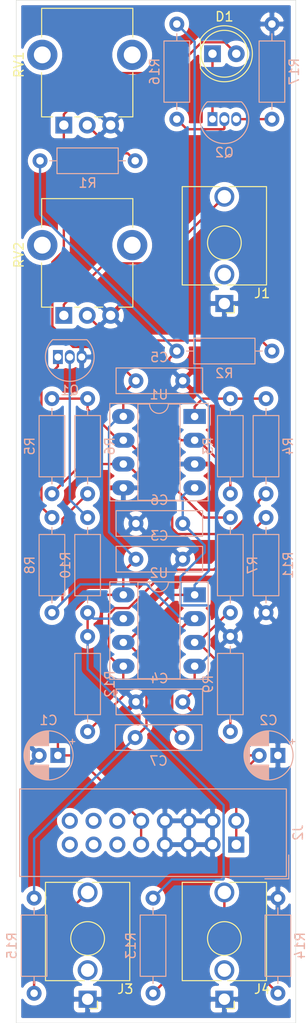
<source format=kicad_pcb>
(kicad_pcb (version 20171130) (host pcbnew "(5.1.2)-2")
  (layers (0 F.Cu signal) (31 B.Cu signal) (34 B.Paste user) (35 F.Paste user) (36 B.SilkS user) (37 F.SilkS user) (38 B.Mask user) (39 F.Mask user) (44 Edge.Cuts user))
  (net 0 "")
  (net 1 GND)
  (net 2 +12V)
  (net 3 -12V)
  (net 4 "Net-(C7-Pad2)")
  (net 5 "Net-(C7-Pad1)")
  (net 6 "Net-(D1-Pad1)")
  (net 7 "Net-(J1-PadT)")
  (net 8 "Net-(J2-Pad16)")
  (net 9 "Net-(J2-Pad15)")
  (net 10 "Net-(J2-Pad14)")
  (net 11 "Net-(J2-Pad13)")
  (net 12 "Net-(J2-Pad12)")
  (net 13 "Net-(J2-Pad11)")
  (net 14 "Net-(J3-PadT)")
  (net 15 "Net-(J4-PadT)")
  (net 16 "Net-(Q1-Pad1)")
  (net 17 "Net-(Q1-Pad2)")
  (net 18 "Net-(Q2-Pad3)")
  (net 19 "Net-(Q2-Pad2)")
  (net 20 "Net-(R1-Pad2)")
  (net 21 "Net-(R1-Pad1)")
  (net 22 "Net-(R2-Pad2)")
  (net 23 "Net-(R3-Pad1)")
  (net 24 "Net-(R4-Pad1)")
  (net 25 "Net-(R5-Pad1)")
  (net 26 "Net-(R7-Pad1)")
  (net 27 "Net-(R10-Pad2)")
  (net 28 "Net-(R11-Pad2)")
  (module Package_DIP:DIP-8_W7.62mm_Socket_LongPads (layer B.Cu) (at 46.99 78.74 180)
    (fp_text reference U2 (at 3.81 2.33) (layer B.SilkS) (effects (justify mirror)))
    (fp_text value TL072)
    (pad 8 thru_hole oval (at 7.62 0 180) (size 2.4 1.6) (drill 0.8) (layers *.Cu *.Mask) (net 2 +12V))
    (pad 4 thru_hole oval (at 0 -7.62 180) (size 2.4 1.6) (drill 0.8) (layers *.Cu *.Mask) (net 3 -12V))
    (pad 7 thru_hole oval (at 7.62 -2.54 180) (size 2.4 1.6) (drill 0.8) (layers *.Cu *.Mask) (net 27 "Net-(R10-Pad2)"))
    (pad 3 thru_hole oval (at 0 -5.08 180) (size 2.4 1.6) (drill 0.8) (layers *.Cu *.Mask) (net 26 "Net-(R7-Pad1)"))
    (pad 6 thru_hole oval (at 7.62 -5.08 180) (size 2.4 1.6) (drill 0.8) (layers *.Cu *.Mask) (net 5 "Net-(C7-Pad1)"))
    (pad 2 thru_hole oval (at 0 -2.54 180) (size 2.4 1.6) (drill 0.8) (layers *.Cu *.Mask) (net 4 "Net-(C7-Pad2)"))
    (pad 5 thru_hole oval (at 7.62 -7.62 180) (size 2.4 1.6) (drill 0.8) (layers *.Cu *.Mask) (net 28 "Net-(R11-Pad2)"))
    (pad 1 thru_hole rect (at 0 0 180) (size 2.4 1.6) (drill 0.8) (layers *.Cu *.Mask) (net 5 "Net-(C7-Pad1)"))
  )
  (module Package_DIP:DIP-8_W7.62mm_Socket_LongPads (layer B.Cu) (at 46.99 59.69 180)
    (fp_text reference U1 (at 3.81 2.33) (layer B.SilkS) (effects (justify mirror)))
    (fp_text value TL072)
    (pad 8 thru_hole oval (at 7.62 0 180) (size 2.4 1.6) (drill 0.8) (layers *.Cu *.Mask) (net 2 +12V))
    (pad 4 thru_hole oval (at 0 -7.62 180) (size 2.4 1.6) (drill 0.8) (layers *.Cu *.Mask) (net 3 -12V))
    (pad 7 thru_hole oval (at 7.62 -2.54 180) (size 2.4 1.6) (drill 0.8) (layers *.Cu *.Mask) (net 25 "Net-(R5-Pad1)"))
    (pad 3 thru_hole oval (at 0 -5.08 180) (size 2.4 1.6) (drill 0.8) (layers *.Cu *.Mask) (net 1 GND))
    (pad 6 thru_hole oval (at 7.62 -5.08 180) (size 2.4 1.6) (drill 0.8) (layers *.Cu *.Mask) (net 24 "Net-(R4-Pad1)"))
    (pad 2 thru_hole oval (at 0 -2.54 180) (size 2.4 1.6) (drill 0.8) (layers *.Cu *.Mask) (net 21 "Net-(R1-Pad1)"))
    (pad 5 thru_hole oval (at 7.62 -7.62 180) (size 2.4 1.6) (drill 0.8) (layers *.Cu *.Mask) (net 1 GND))
    (pad 1 thru_hole rect (at 0 0 180) (size 2.4 1.6) (drill 0.8) (layers *.Cu *.Mask) (net 23 "Net-(R3-Pad1)"))
  )
  (module Potentiometer_THT:Potentiometer_Alpha_RD901F-40-00D_Single_Vertical_CircularHoles (layer F.Cu) (at 33.02 48.895 90)
    (fp_text reference RV2 (at 6.45 -4.8 270) (layer F.SilkS))
    (fp_text value "CV AMOUNT")
    (pad "" thru_hole circle (at 7.5 -2.3 180) (size 3.24 3.24) (drill 1.8) (layers *.Cu *.Mask))
    (pad "" thru_hole circle (at 7.5 7.3 180) (size 3.24 3.24) (drill 1.8) (layers *.Cu *.Mask))
    (pad 3 thru_hole circle (at 0 5 180) (size 1.8 1.8) (drill 1) (layers *.Cu *.Mask) (net 1 GND))
    (pad 2 thru_hole circle (at 0 2.5 180) (size 1.8 1.8) (drill 1) (layers *.Cu *.Mask) (net 22 "Net-(R2-Pad2)"))
    (pad 1 thru_hole rect (at 0 0 180) (size 1.8 1.8) (drill 1) (layers *.Cu *.Mask) (net 7 "Net-(J1-PadT)"))
  )
  (module Potentiometer_THT:Potentiometer_Alpha_RD901F-40-00D_Single_Vertical_CircularHoles (layer F.Cu) (at 33.02 28.575 90)
    (fp_text reference RV1 (at 6.45 -4.8 270) (layer F.SilkS))
    (fp_text value SPEED)
    (pad "" thru_hole circle (at 7.5 -2.3 180) (size 3.24 3.24) (drill 1.8) (layers *.Cu *.Mask))
    (pad "" thru_hole circle (at 7.5 7.3 180) (size 3.24 3.24) (drill 1.8) (layers *.Cu *.Mask))
    (pad 3 thru_hole circle (at 0 5 180) (size 1.8 1.8) (drill 1) (layers *.Cu *.Mask) (net 1 GND))
    (pad 2 thru_hole circle (at 0 2.5 180) (size 1.8 1.8) (drill 1) (layers *.Cu *.Mask) (net 20 "Net-(R1-Pad2)"))
    (pad 1 thru_hole rect (at 0 0 180) (size 1.8 1.8) (drill 1) (layers *.Cu *.Mask) (net 2 +12V))
  )
  (module Resistor_THT:R_Axial_DIN0207_L6.3mm_D2.5mm_P10.16mm_Horizontal (layer B.Cu) (at 55.245 27.94 90)
    (fp_text reference R17 (at 5.08 2.37 90) (layer B.SilkS) (effects (justify mirror)))
    (fp_text value 1k)
    (pad 2 thru_hole oval (at 10.16 0 90) (size 1.6 1.6) (drill 0.8) (layers *.Cu *.Mask) (net 1 GND))
    (pad 1 thru_hole circle (at 0 0 90) (size 1.6 1.6) (drill 0.8) (layers *.Cu *.Mask) (net 18 "Net-(Q2-Pad3)"))
  )
  (module Resistor_THT:R_Axial_DIN0207_L6.3mm_D2.5mm_P10.16mm_Horizontal (layer B.Cu) (at 45.085 17.78 270)
    (fp_text reference R16 (at 5.08 2.37 90) (layer B.SilkS) (effects (justify mirror)))
    (fp_text value 10k)
    (pad 2 thru_hole oval (at 10.16 0 270) (size 1.6 1.6) (drill 0.8) (layers *.Cu *.Mask) (net 19 "Net-(Q2-Pad2)"))
    (pad 1 thru_hole circle (at 0 0 270) (size 1.6 1.6) (drill 0.8) (layers *.Cu *.Mask) (net 5 "Net-(C7-Pad1)"))
  )
  (module Resistor_THT:R_Axial_DIN0207_L6.3mm_D2.5mm_P10.16mm_Horizontal (layer B.Cu) (at 29.845 111.125 270)
    (fp_text reference R15 (at 5.08 2.37 90) (layer B.SilkS) (effects (justify mirror)))
    (fp_text value 1k)
    (pad 2 thru_hole oval (at 10.16 0 270) (size 1.6 1.6) (drill 0.8) (layers *.Cu *.Mask) (net 14 "Net-(J3-PadT)"))
    (pad 1 thru_hole circle (at 0 0 270) (size 1.6 1.6) (drill 0.8) (layers *.Cu *.Mask) (net 5 "Net-(C7-Pad1)"))
  )
  (module Resistor_THT:R_Axial_DIN0207_L6.3mm_D2.5mm_P10.16mm_Horizontal (layer B.Cu) (at 55.88 121.285 90)
    (fp_text reference R14 (at 5.08 2.37 90) (layer B.SilkS) (effects (justify mirror)))
    (fp_text value 100k)
    (pad 2 thru_hole oval (at 10.16 0 90) (size 1.6 1.6) (drill 0.8) (layers *.Cu *.Mask) (net 1 GND))
    (pad 1 thru_hole circle (at 0 0 90) (size 1.6 1.6) (drill 0.8) (layers *.Cu *.Mask) (net 15 "Net-(J4-PadT)"))
  )
  (module Resistor_THT:R_Axial_DIN0207_L6.3mm_D2.5mm_P10.16mm_Horizontal (layer B.Cu) (at 42.545 111.125 270)
    (fp_text reference R13 (at 5.08 2.37 90) (layer B.SilkS) (effects (justify mirror)))
    (fp_text value 100k)
    (pad 2 thru_hole oval (at 10.16 0 270) (size 1.6 1.6) (drill 0.8) (layers *.Cu *.Mask) (net 15 "Net-(J4-PadT)"))
    (pad 1 thru_hole circle (at 0 0 270) (size 1.6 1.6) (drill 0.8) (layers *.Cu *.Mask) (net 27 "Net-(R10-Pad2)"))
  )
  (module Resistor_THT:R_Axial_DIN0207_L6.3mm_D2.5mm_P10.16mm_Horizontal (layer B.Cu) (at 35.56 93.345 90)
    (fp_text reference R12 (at 5.08 2.37 90) (layer B.SilkS) (effects (justify mirror)))
    (fp_text value 47k)
    (pad 2 thru_hole oval (at 10.16 0 90) (size 1.6 1.6) (drill 0.8) (layers *.Cu *.Mask) (net 27 "Net-(R10-Pad2)"))
    (pad 1 thru_hole circle (at 0 0 90) (size 1.6 1.6) (drill 0.8) (layers *.Cu *.Mask) (net 28 "Net-(R11-Pad2)"))
  )
  (module Resistor_THT:R_Axial_DIN0207_L6.3mm_D2.5mm_P10.16mm_Horizontal (layer B.Cu) (at 54.61 80.645 90)
    (fp_text reference R11 (at 5.08 2.37 90) (layer B.SilkS) (effects (justify mirror)))
    (fp_text value 47k)
    (pad 2 thru_hole oval (at 10.16 0 90) (size 1.6 1.6) (drill 0.8) (layers *.Cu *.Mask) (net 28 "Net-(R11-Pad2)"))
    (pad 1 thru_hole circle (at 0 0 90) (size 1.6 1.6) (drill 0.8) (layers *.Cu *.Mask) (net 1 GND))
  )
  (module Resistor_THT:R_Axial_DIN0207_L6.3mm_D2.5mm_P10.16mm_Horizontal (layer B.Cu) (at 35.56 70.485 270)
    (fp_text reference R10 (at 5.08 2.37 90) (layer B.SilkS) (effects (justify mirror)))
    (fp_text value 10k)
    (pad 2 thru_hole oval (at 10.16 0 270) (size 1.6 1.6) (drill 0.8) (layers *.Cu *.Mask) (net 27 "Net-(R10-Pad2)"))
    (pad 1 thru_hole circle (at 0 0 270) (size 1.6 1.6) (drill 0.8) (layers *.Cu *.Mask) (net 17 "Net-(Q1-Pad2)"))
  )
  (module Resistor_THT:R_Axial_DIN0207_L6.3mm_D2.5mm_P10.16mm_Horizontal (layer B.Cu) (at 50.8 83.185 270)
    (fp_text reference R9 (at 5.08 2.37 90) (layer B.SilkS) (effects (justify mirror)))
    (fp_text value 47k)
    (pad 2 thru_hole oval (at 10.16 0 270) (size 1.6 1.6) (drill 0.8) (layers *.Cu *.Mask) (net 26 "Net-(R7-Pad1)"))
    (pad 1 thru_hole circle (at 0 0 270) (size 1.6 1.6) (drill 0.8) (layers *.Cu *.Mask) (net 1 GND))
  )
  (module Resistor_THT:R_Axial_DIN0207_L6.3mm_D2.5mm_P10.16mm_Horizontal (layer B.Cu) (at 31.75 70.485 270)
    (fp_text reference R8 (at 5.08 2.37 90) (layer B.SilkS) (effects (justify mirror)))
    (fp_text value 47k)
    (pad 2 thru_hole oval (at 10.16 0 270) (size 1.6 1.6) (drill 0.8) (layers *.Cu *.Mask) (net 4 "Net-(C7-Pad2)"))
    (pad 1 thru_hole circle (at 0 0 270) (size 1.6 1.6) (drill 0.8) (layers *.Cu *.Mask) (net 16 "Net-(Q1-Pad1)"))
  )
  (module Resistor_THT:R_Axial_DIN0207_L6.3mm_D2.5mm_P10.16mm_Horizontal (layer B.Cu) (at 50.8 80.645 90)
    (fp_text reference R7 (at 5.08 2.37 90) (layer B.SilkS) (effects (justify mirror)))
    (fp_text value 47k)
    (pad 2 thru_hole oval (at 10.16 0 90) (size 1.6 1.6) (drill 0.8) (layers *.Cu *.Mask) (net 25 "Net-(R5-Pad1)"))
    (pad 1 thru_hole circle (at 0 0 90) (size 1.6 1.6) (drill 0.8) (layers *.Cu *.Mask) (net 26 "Net-(R7-Pad1)"))
  )
  (module Resistor_THT:R_Axial_DIN0207_L6.3mm_D2.5mm_P10.16mm_Horizontal (layer B.Cu) (at 35.56 67.945 90)
    (fp_text reference R6 (at 5.08 2.37 90) (layer B.SilkS) (effects (justify mirror)))
    (fp_text value 100k)
    (pad 2 thru_hole oval (at 10.16 0 90) (size 1.6 1.6) (drill 0.8) (layers *.Cu *.Mask) (net 25 "Net-(R5-Pad1)"))
    (pad 1 thru_hole circle (at 0 0 90) (size 1.6 1.6) (drill 0.8) (layers *.Cu *.Mask) (net 4 "Net-(C7-Pad2)"))
  )
  (module Resistor_THT:R_Axial_DIN0207_L6.3mm_D2.5mm_P10.16mm_Horizontal (layer B.Cu) (at 31.75 57.785 270)
    (fp_text reference R5 (at 5.08 2.37 90) (layer B.SilkS) (effects (justify mirror)))
    (fp_text value 100k)
    (pad 2 thru_hole oval (at 10.16 0 270) (size 1.6 1.6) (drill 0.8) (layers *.Cu *.Mask) (net 24 "Net-(R4-Pad1)"))
    (pad 1 thru_hole circle (at 0 0 270) (size 1.6 1.6) (drill 0.8) (layers *.Cu *.Mask) (net 25 "Net-(R5-Pad1)"))
  )
  (module Resistor_THT:R_Axial_DIN0207_L6.3mm_D2.5mm_P10.16mm_Horizontal (layer B.Cu) (at 54.61 67.945 90)
    (fp_text reference R4 (at 5.08 2.37 90) (layer B.SilkS) (effects (justify mirror)))
    (fp_text value 100k)
    (pad 2 thru_hole oval (at 10.16 0 90) (size 1.6 1.6) (drill 0.8) (layers *.Cu *.Mask) (net 23 "Net-(R3-Pad1)"))
    (pad 1 thru_hole circle (at 0 0 90) (size 1.6 1.6) (drill 0.8) (layers *.Cu *.Mask) (net 24 "Net-(R4-Pad1)"))
  )
  (module Resistor_THT:R_Axial_DIN0207_L6.3mm_D2.5mm_P10.16mm_Horizontal (layer B.Cu) (at 50.8 57.785 270)
    (fp_text reference R3 (at 5.08 2.37 90) (layer B.SilkS) (effects (justify mirror)))
    (fp_text value 100k)
    (pad 2 thru_hole oval (at 10.16 0 270) (size 1.6 1.6) (drill 0.8) (layers *.Cu *.Mask) (net 21 "Net-(R1-Pad1)"))
    (pad 1 thru_hole circle (at 0 0 270) (size 1.6 1.6) (drill 0.8) (layers *.Cu *.Mask) (net 23 "Net-(R3-Pad1)"))
  )
  (module Resistor_THT:R_Axial_DIN0207_L6.3mm_D2.5mm_P10.16mm_Horizontal (layer B.Cu) (at 45.085 52.705)
    (fp_text reference R2 (at 5.08 2.37) (layer B.SilkS) (effects (justify mirror)))
    (fp_text value 100k)
    (pad 2 thru_hole oval (at 10.16 0) (size 1.6 1.6) (drill 0.8) (layers *.Cu *.Mask) (net 22 "Net-(R2-Pad2)"))
    (pad 1 thru_hole circle (at 0 0) (size 1.6 1.6) (drill 0.8) (layers *.Cu *.Mask) (net 21 "Net-(R1-Pad1)"))
  )
  (module Resistor_THT:R_Axial_DIN0207_L6.3mm_D2.5mm_P10.16mm_Horizontal (layer B.Cu) (at 30.48 32.385)
    (fp_text reference R1 (at 5.08 2.37) (layer B.SilkS) (effects (justify mirror)))
    (fp_text value 100k)
    (pad 2 thru_hole oval (at 10.16 0) (size 1.6 1.6) (drill 0.8) (layers *.Cu *.Mask) (net 20 "Net-(R1-Pad2)"))
    (pad 1 thru_hole circle (at 0 0) (size 1.6 1.6) (drill 0.8) (layers *.Cu *.Mask) (net 21 "Net-(R1-Pad1)"))
  )
  (module Package_TO_SOT_THT:TO-92_Inline (layer B.Cu) (at 48.895 27.94)
    (fp_text reference Q2 (at 1.27 3.56) (layer B.SilkS) (effects (justify mirror)))
    (fp_text value BC550)
    (pad 1 thru_hole rect (at 0 0) (size 1.05 1.5) (drill 0.75) (layers *.Cu *.Mask) (net 6 "Net-(D1-Pad1)"))
    (pad 3 thru_hole oval (at 2.54 0) (size 1.05 1.5) (drill 0.75) (layers *.Cu *.Mask) (net 18 "Net-(Q2-Pad3)"))
    (pad 2 thru_hole oval (at 1.27 0) (size 1.05 1.5) (drill 0.75) (layers *.Cu *.Mask) (net 19 "Net-(Q2-Pad2)"))
  )
  (module Package_TO_SOT_THT:TO-92_Inline (layer B.Cu) (at 32.385 53.34)
    (fp_text reference Q1 (at 1.27 3.56) (layer B.SilkS) (effects (justify mirror)))
    (fp_text value BC550)
    (pad 1 thru_hole rect (at 0 0) (size 1.05 1.5) (drill 0.75) (layers *.Cu *.Mask) (net 16 "Net-(Q1-Pad1)"))
    (pad 3 thru_hole oval (at 2.54 0) (size 1.05 1.5) (drill 0.75) (layers *.Cu *.Mask) (net 1 GND))
    (pad 2 thru_hole oval (at 1.27 0) (size 1.05 1.5) (drill 0.75) (layers *.Cu *.Mask) (net 17 "Net-(Q1-Pad2)"))
  )
  (module Connector_Audio:Jack_3.5mm_QingPu_WQP-PJ398SM_Vertical_CircularHoles (layer F.Cu) (at 50.165 121.92 180)
    (fp_text reference J4 (at -4.03 1.08 180) (layer F.SilkS))
    (fp_text value SQR)
    (pad T thru_hole circle (at 0 11.4) (size 2.13 2.13) (drill 1.43) (layers *.Cu *.Mask) (net 15 "Net-(J4-PadT)"))
    (pad S thru_hole rect (at 0 0) (size 1.93 1.83) (drill 1.22) (layers *.Cu *.Mask) (net 1 GND))
    (pad TN thru_hole circle (at 0 3.1) (size 2.13 2.13) (drill 1.42) (layers *.Cu *.Mask))
  )
  (module Connector_Audio:Jack_3.5mm_QingPu_WQP-PJ398SM_Vertical_CircularHoles (layer F.Cu) (at 35.56 121.92 180)
    (fp_text reference J3 (at -4.03 1.08 180) (layer F.SilkS))
    (fp_text value TRI)
    (pad T thru_hole circle (at 0 11.4) (size 2.13 2.13) (drill 1.43) (layers *.Cu *.Mask) (net 14 "Net-(J3-PadT)"))
    (pad S thru_hole rect (at 0 0) (size 1.93 1.83) (drill 1.22) (layers *.Cu *.Mask) (net 1 GND))
    (pad TN thru_hole circle (at 0 3.1) (size 2.13 2.13) (drill 1.42) (layers *.Cu *.Mask))
  )
  (module Connector_IDC:IDC-Header_2x08_P2.54mm_Vertical (layer B.Cu) (at 51.435 105.41 90)
    (fp_text reference J2 (at 1.27 6.604 90) (layer B.SilkS) (effects (justify mirror)))
    (fp_text value Conn_02x08_Odd_Even)
    (pad 16 thru_hole oval (at 2.54 -17.78 90) (size 1.7272 1.7272) (drill 1.016) (layers *.Cu *.Mask) (net 8 "Net-(J2-Pad16)"))
    (pad 15 thru_hole oval (at 0 -17.78 90) (size 1.7272 1.7272) (drill 1.016) (layers *.Cu *.Mask) (net 9 "Net-(J2-Pad15)"))
    (pad 14 thru_hole oval (at 2.54 -15.24 90) (size 1.7272 1.7272) (drill 1.016) (layers *.Cu *.Mask) (net 10 "Net-(J2-Pad14)"))
    (pad 13 thru_hole oval (at 0 -15.24 90) (size 1.7272 1.7272) (drill 1.016) (layers *.Cu *.Mask) (net 11 "Net-(J2-Pad13)"))
    (pad 12 thru_hole oval (at 2.54 -12.7 90) (size 1.7272 1.7272) (drill 1.016) (layers *.Cu *.Mask) (net 12 "Net-(J2-Pad12)"))
    (pad 11 thru_hole oval (at 0 -12.7 90) (size 1.7272 1.7272) (drill 1.016) (layers *.Cu *.Mask) (net 13 "Net-(J2-Pad11)"))
    (pad 10 thru_hole oval (at 2.54 -10.16 90) (size 1.7272 1.7272) (drill 1.016) (layers *.Cu *.Mask) (net 2 +12V))
    (pad 9 thru_hole oval (at 0 -10.16 90) (size 1.7272 1.7272) (drill 1.016) (layers *.Cu *.Mask) (net 2 +12V))
    (pad 8 thru_hole oval (at 2.54 -7.62 90) (size 1.7272 1.7272) (drill 1.016) (layers *.Cu *.Mask) (net 1 GND))
    (pad 7 thru_hole oval (at 0 -7.62 90) (size 1.7272 1.7272) (drill 1.016) (layers *.Cu *.Mask) (net 1 GND))
    (pad 6 thru_hole oval (at 2.54 -5.08 90) (size 1.7272 1.7272) (drill 1.016) (layers *.Cu *.Mask) (net 1 GND))
    (pad 5 thru_hole oval (at 0 -5.08 90) (size 1.7272 1.7272) (drill 1.016) (layers *.Cu *.Mask) (net 1 GND))
    (pad 4 thru_hole oval (at 2.54 -2.54 90) (size 1.7272 1.7272) (drill 1.016) (layers *.Cu *.Mask) (net 1 GND))
    (pad 3 thru_hole oval (at 0 -2.54 90) (size 1.7272 1.7272) (drill 1.016) (layers *.Cu *.Mask) (net 1 GND))
    (pad 2 thru_hole oval (at 2.54 0 90) (size 1.7272 1.7272) (drill 1.016) (layers *.Cu *.Mask) (net 3 -12V))
    (pad 1 thru_hole rect (at 0 0 90) (size 1.7272 1.7272) (drill 1.016) (layers *.Cu *.Mask) (net 3 -12V))
  )
  (module Connector_Audio:Jack_3.5mm_QingPu_WQP-PJ398SM_Vertical_CircularHoles (layer F.Cu) (at 50.165 47.625 180)
    (fp_text reference J1 (at -4.03 1.08 180) (layer F.SilkS))
    (fp_text value CV)
    (pad T thru_hole circle (at 0 11.4) (size 2.13 2.13) (drill 1.43) (layers *.Cu *.Mask) (net 7 "Net-(J1-PadT)"))
    (pad S thru_hole rect (at 0 0) (size 1.93 1.83) (drill 1.22) (layers *.Cu *.Mask) (net 1 GND))
    (pad TN thru_hole circle (at 0 3.1) (size 2.13 2.13) (drill 1.42) (layers *.Cu *.Mask))
  )
  (module LED_THT:LED_D5.0mm (layer F.Cu) (at 48.895 20.955)
    (fp_text reference D1 (at 1.27 -3.96) (layer F.SilkS))
    (fp_text value LED)
    (pad 2 thru_hole circle (at 2.54 0) (size 1.8 1.8) (drill 0.9) (layers *.Cu *.Mask) (net 2 +12V))
    (pad 1 thru_hole rect (at 0 0) (size 1.8 1.8) (drill 0.9) (layers *.Cu *.Mask) (net 6 "Net-(D1-Pad1)"))
  )
  (module Capacitor_THT:C_Disc_D9.0mm_W2.5mm_P5.00mm (layer B.Cu) (at 40.64 93.98)
    (fp_text reference C7 (at 2.5 2.5) (layer B.SilkS) (effects (justify mirror)))
    (fp_text value 100nf)
    (pad 2 thru_hole circle (at 5 0) (size 1.6 1.6) (drill 0.8) (layers *.Cu *.Mask) (net 4 "Net-(C7-Pad2)"))
    (pad 1 thru_hole circle (at 0 0) (size 1.6 1.6) (drill 0.8) (layers *.Cu *.Mask) (net 5 "Net-(C7-Pad1)"))
  )
  (module Capacitor_THT:C_Disc_D9.0mm_W2.5mm_P5.00mm (layer B.Cu) (at 45.72 71.12 180)
    (fp_text reference C6 (at 2.5 2.5) (layer B.SilkS) (effects (justify mirror)))
    (fp_text value 100nf)
    (pad 2 thru_hole circle (at 5 0 180) (size 1.6 1.6) (drill 0.8) (layers *.Cu *.Mask) (net 1 GND))
    (pad 1 thru_hole circle (at 0 0 180) (size 1.6 1.6) (drill 0.8) (layers *.Cu *.Mask) (net 3 -12V))
  )
  (module Capacitor_THT:C_Disc_D9.0mm_W2.5mm_P5.00mm (layer B.Cu) (at 45.72 55.88 180)
    (fp_text reference C5 (at 2.5 2.5) (layer B.SilkS) (effects (justify mirror)))
    (fp_text value 100nf)
    (pad 2 thru_hole circle (at 5 0 180) (size 1.6 1.6) (drill 0.8) (layers *.Cu *.Mask) (net 2 +12V))
    (pad 1 thru_hole circle (at 0 0 180) (size 1.6 1.6) (drill 0.8) (layers *.Cu *.Mask) (net 1 GND))
  )
  (module Capacitor_THT:C_Disc_D9.0mm_W2.5mm_P5.00mm (layer B.Cu) (at 45.72 90.17 180)
    (fp_text reference C4 (at 2.5 2.5) (layer B.SilkS) (effects (justify mirror)))
    (fp_text value 100nf)
    (pad 2 thru_hole circle (at 5 0 180) (size 1.6 1.6) (drill 0.8) (layers *.Cu *.Mask) (net 1 GND))
    (pad 1 thru_hole circle (at 0 0 180) (size 1.6 1.6) (drill 0.8) (layers *.Cu *.Mask) (net 3 -12V))
  )
  (module Capacitor_THT:C_Disc_D9.0mm_W2.5mm_P5.00mm (layer B.Cu) (at 45.72 74.93 180)
    (fp_text reference C3 (at 2.5 2.5) (layer B.SilkS) (effects (justify mirror)))
    (fp_text value 100nf)
    (pad 2 thru_hole circle (at 5 0 180) (size 1.6 1.6) (drill 0.8) (layers *.Cu *.Mask) (net 2 +12V))
    (pad 1 thru_hole circle (at 0 0 180) (size 1.6 1.6) (drill 0.8) (layers *.Cu *.Mask) (net 1 GND))
  )
  (module Capacitor_THT:CP_Radial_D5.0mm_P2.00mm (layer B.Cu) (at 55.88 95.885 180)
    (fp_text reference C2 (at 1 3.75) (layer B.SilkS) (effects (justify mirror)))
    (fp_text value 10uf)
    (pad 2 thru_hole circle (at 2 0 180) (size 1.6 1.6) (drill 0.8) (layers *.Cu *.Mask) (net 3 -12V))
    (pad 1 thru_hole rect (at 0 0 180) (size 1.6 1.6) (drill 0.8) (layers *.Cu *.Mask) (net 1 GND))
  )
  (module Capacitor_THT:CP_Radial_D5.0mm_P2.00mm (layer B.Cu) (at 32.385 95.885 180)
    (fp_text reference C1 (at 1 3.75) (layer B.SilkS) (effects (justify mirror)))
    (fp_text value 10uf)
    (pad 2 thru_hole circle (at 2 0 180) (size 1.6 1.6) (drill 0.8) (layers *.Cu *.Mask) (net 1 GND))
    (pad 1 thru_hole rect (at 0 0 180) (size 1.6 1.6) (drill 0.8) (layers *.Cu *.Mask) (net 2 +12V))
  )
  (gr_line (start 27.94 124.46) (end 27.94 15.24) (layer Edge.Cuts) (width 0.05))
  (gr_line (start 57.785 124.46) (end 27.94 124.46) (layer Edge.Cuts) (width 0.05))
  (gr_line (start 57.785 15.24) (end 57.785 124.46) (layer Edge.Cuts) (width 0.05))
  (gr_line (start 27.94 15.24) (end 57.785 15.24) (layer Edge.Cuts) (width 0.05))
  (segment (start 50.535001 20.055001) (end 51.435 20.955) (width 0.25) (layer F.Cu) (net 2))
  (segment (start 50.209999 19.729999) (end 50.535001 20.055001) (width 0.25) (layer F.Cu) (net 2))
  (segment (start 47.734999 19.729999) (end 50.209999 19.729999) (width 0.25) (layer F.Cu) (net 2))
  (segment (start 44.444997 23.020001) (end 47.734999 19.729999) (width 0.25) (layer F.Cu) (net 2))
  (segment (start 37.424999 23.020001) (end 44.444997 23.020001) (width 0.25) (layer F.Cu) (net 2))
  (segment (start 33.02 27.425) (end 37.424999 23.020001) (width 0.25) (layer F.Cu) (net 2))
  (segment (start 33.02 28.575) (end 33.02 27.425) (width 0.25) (layer F.Cu) (net 2))
  (segment (start 41.275 105.41) (end 41.275 102.87) (width 0.25) (layer F.Cu) (net 2))
  (segment (start 34.29 95.885) (end 32.385 95.885) (width 0.25) (layer F.Cu) (net 2))
  (segment (start 41.275 102.87) (end 34.29 95.885) (width 0.25) (layer F.Cu) (net 2))
  (segment (start 37.92 78.74) (end 39.37 78.74) (width 0.25) (layer F.Cu) (net 2))
  (segment (start 35.799998 78.74) (end 37.92 78.74) (width 0.25) (layer F.Cu) (net 2))
  (segment (start 32.385 82.154998) (end 35.799998 78.74) (width 0.25) (layer F.Cu) (net 2))
  (segment (start 32.385 95.885) (end 32.385 82.154998) (width 0.25) (layer F.Cu) (net 2))
  (segment (start 39.37 76.28) (end 40.72 74.93) (width 0.25) (layer F.Cu) (net 2))
  (segment (start 39.37 78.74) (end 39.37 76.28) (width 0.25) (layer F.Cu) (net 2))
  (segment (start 39.37 57.23) (end 40.72 55.88) (width 0.25) (layer F.Cu) (net 2))
  (segment (start 39.37 59.69) (end 39.37 57.23) (width 0.25) (layer F.Cu) (net 2))
  (segment (start 33.02 29.725) (end 33.02 28.575) (width 0.25) (layer F.Cu) (net 2))
  (segment (start 33.02 41.973602) (end 33.02 29.725) (width 0.25) (layer F.Cu) (net 2))
  (segment (start 31.794999 43.198603) (end 33.02 41.973602) (width 0.25) (layer F.Cu) (net 2))
  (segment (start 31.794999 50.055001) (end 31.794999 43.198603) (width 0.25) (layer F.Cu) (net 2))
  (segment (start 34.004988 52.26499) (end 31.794999 50.055001) (width 0.25) (layer F.Cu) (net 2))
  (segment (start 37.10499 52.26499) (end 34.004988 52.26499) (width 0.25) (layer F.Cu) (net 2))
  (segment (start 40.72 55.88) (end 37.10499 52.26499) (width 0.25) (layer F.Cu) (net 2))
  (segment (start 38.97 59.69) (end 39.37 59.69) (width 0.25) (layer B.Cu) (net 2))
  (segment (start 37.84499 60.81501) (end 38.97 59.69) (width 0.25) (layer B.Cu) (net 2))
  (segment (start 37.84499 72.05499) (end 37.84499 60.81501) (width 0.25) (layer B.Cu) (net 2))
  (segment (start 40.72 74.93) (end 37.84499 72.05499) (width 0.25) (layer B.Cu) (net 2))
  (segment (start 51.435 98.33) (end 51.435 102.87) (width 0.25) (layer F.Cu) (net 3))
  (segment (start 53.88 95.885) (end 51.435 98.33) (width 0.25) (layer F.Cu) (net 3))
  (segment (start 51.435 102.87) (end 51.435 105.41) (width 0.25) (layer F.Cu) (net 3))
  (segment (start 51.435 95.885) (end 45.72 90.17) (width 0.25) (layer F.Cu) (net 3))
  (segment (start 53.88 95.885) (end 51.435 95.885) (width 0.25) (layer F.Cu) (net 3))
  (segment (start 46.99 88.9) (end 46.99 86.36) (width 0.25) (layer F.Cu) (net 3))
  (segment (start 45.72 90.17) (end 46.99 88.9) (width 0.25) (layer F.Cu) (net 3))
  (segment (start 46.59 67.31) (end 46.99 67.31) (width 0.25) (layer B.Cu) (net 3))
  (segment (start 45.54 68.36) (end 46.59 67.31) (width 0.25) (layer B.Cu) (net 3))
  (segment (start 45.54 68.4) (end 45.54 68.36) (width 0.25) (layer B.Cu) (net 3))
  (segment (start 45.72 68.58) (end 45.54 68.4) (width 0.25) (layer B.Cu) (net 3))
  (segment (start 45.72 71.12) (end 45.72 68.58) (width 0.25) (layer B.Cu) (net 3))
  (segment (start 48.450001 79.865001) (end 45.529999 79.865001) (width 0.25) (layer B.Cu) (net 3))
  (segment (start 45.529999 79.865001) (end 45.464999 79.800001) (width 0.25) (layer B.Cu) (net 3))
  (segment (start 45.464999 76.824979) (end 48.064999 74.224979) (width 0.25) (layer B.Cu) (net 3))
  (segment (start 48.064999 73.464999) (end 46.519999 71.919999) (width 0.25) (layer B.Cu) (net 3))
  (segment (start 48.064999 74.224979) (end 48.064999 73.464999) (width 0.25) (layer B.Cu) (net 3))
  (segment (start 46.519999 71.919999) (end 45.72 71.12) (width 0.25) (layer B.Cu) (net 3))
  (segment (start 48.51501 79.93001) (end 48.450001 79.865001) (width 0.25) (layer B.Cu) (net 3))
  (segment (start 48.51501 85.23499) (end 48.51501 79.93001) (width 0.25) (layer B.Cu) (net 3))
  (segment (start 45.464999 79.800001) (end 45.464999 76.824979) (width 0.25) (layer B.Cu) (net 3))
  (segment (start 47.39 86.36) (end 48.51501 85.23499) (width 0.25) (layer B.Cu) (net 3))
  (segment (start 46.99 86.36) (end 47.39 86.36) (width 0.25) (layer B.Cu) (net 3))
  (segment (start 34.760001 68.744999) (end 35.56 67.945) (width 0.25) (layer F.Cu) (net 4))
  (segment (start 32.875001 70.629999) (end 34.760001 68.744999) (width 0.25) (layer F.Cu) (net 4))
  (segment (start 32.875001 79.519999) (end 32.875001 70.629999) (width 0.25) (layer F.Cu) (net 4))
  (segment (start 31.75 80.645) (end 32.875001 79.519999) (width 0.25) (layer F.Cu) (net 4))
  (segment (start 44.840001 93.180001) (end 45.64 93.98) (width 0.25) (layer F.Cu) (net 4))
  (segment (start 44.594999 92.934999) (end 44.840001 93.180001) (width 0.25) (layer F.Cu) (net 4))
  (segment (start 44.594999 83.275001) (end 44.594999 92.934999) (width 0.25) (layer F.Cu) (net 4))
  (segment (start 46.59 81.28) (end 44.594999 83.275001) (width 0.25) (layer F.Cu) (net 4))
  (segment (start 46.99 81.28) (end 46.59 81.28) (width 0.25) (layer F.Cu) (net 4))
  (segment (start 45.54 81.28) (end 46.99 81.28) (width 0.25) (layer B.Cu) (net 4))
  (segment (start 41.87499 77.61499) (end 45.54 81.28) (width 0.25) (layer B.Cu) (net 4))
  (segment (start 34.78001 77.61499) (end 41.87499 77.61499) (width 0.25) (layer B.Cu) (net 4))
  (segment (start 31.75 80.645) (end 34.78001 77.61499) (width 0.25) (layer B.Cu) (net 4))
  (segment (start 40.82 82.77) (end 39.77 83.82) (width 0.25) (layer F.Cu) (net 5))
  (segment (start 40.82 82.37) (end 40.82 82.77) (width 0.25) (layer F.Cu) (net 5))
  (segment (start 44.45 78.74) (end 40.82 82.37) (width 0.25) (layer F.Cu) (net 5))
  (segment (start 46.99 78.74) (end 44.45 78.74) (width 0.25) (layer F.Cu) (net 5))
  (segment (start 41.439999 93.180001) (end 40.64 93.98) (width 0.25) (layer F.Cu) (net 5))
  (segment (start 41.845001 92.774999) (end 41.439999 93.180001) (width 0.25) (layer F.Cu) (net 5))
  (segment (start 41.845001 85.895001) (end 41.845001 92.774999) (width 0.25) (layer F.Cu) (net 5))
  (segment (start 39.77 83.82) (end 41.845001 85.895001) (width 0.25) (layer F.Cu) (net 5))
  (segment (start 39.37 83.82) (end 39.77 83.82) (width 0.25) (layer F.Cu) (net 5))
  (segment (start 29.845 104.775) (end 29.845 111.125) (width 0.25) (layer B.Cu) (net 5))
  (segment (start 40.64 93.98) (end 29.845 104.775) (width 0.25) (layer B.Cu) (net 5))
  (segment (start 46.99 77.69) (end 46.99 78.74) (width 0.25) (layer B.Cu) (net 5))
  (segment (start 48.51501 76.16499) (end 46.99 77.69) (width 0.25) (layer B.Cu) (net 5))
  (segment (start 48.51501 58.630008) (end 48.51501 76.16499) (width 0.25) (layer B.Cu) (net 5))
  (segment (start 46.99 57.104998) (end 48.51501 58.630008) (width 0.25) (layer B.Cu) (net 5))
  (segment (start 45.085 17.78) (end 46.99 19.685) (width 0.25) (layer B.Cu) (net 5))
  (segment (start 46.99 19.685) (end 46.99 57.104998) (width 0.25) (layer B.Cu) (net 5))
  (segment (start 48.895 20.955) (end 48.895 27.94) (width 0.25) (layer F.Cu) (net 6))
  (segment (start 49.100001 37.289999) (end 50.165 36.225) (width 0.25) (layer F.Cu) (net 7))
  (segment (start 43.049999 43.340001) (end 49.100001 37.289999) (width 0.25) (layer F.Cu) (net 7))
  (segment (start 37.424999 43.340001) (end 43.049999 43.340001) (width 0.25) (layer F.Cu) (net 7))
  (segment (start 33.02 47.745) (end 37.424999 43.340001) (width 0.25) (layer F.Cu) (net 7))
  (segment (start 33.02 48.895) (end 33.02 47.745) (width 0.25) (layer F.Cu) (net 7))
  (segment (start 29.845 116.235) (end 35.56 110.52) (width 0.25) (layer F.Cu) (net 14))
  (segment (start 29.845 121.285) (end 29.845 116.235) (width 0.25) (layer F.Cu) (net 14))
  (segment (start 50.165 113.665) (end 50.165 110.52) (width 0.25) (layer F.Cu) (net 15))
  (segment (start 42.545 121.285) (end 50.165 113.665) (width 0.25) (layer F.Cu) (net 15))
  (segment (start 50.165 115.57) (end 55.88 121.285) (width 0.25) (layer F.Cu) (net 15))
  (segment (start 50.165 110.52) (end 50.165 115.57) (width 0.25) (layer F.Cu) (net 15))
  (segment (start 30.950001 69.685001) (end 31.75 70.485) (width 0.25) (layer F.Cu) (net 16))
  (segment (start 30.624999 69.359999) (end 30.950001 69.685001) (width 0.25) (layer F.Cu) (net 16))
  (segment (start 30.624999 56.100001) (end 30.624999 69.359999) (width 0.25) (layer F.Cu) (net 16))
  (segment (start 32.385 54.34) (end 30.624999 56.100001) (width 0.25) (layer F.Cu) (net 16))
  (segment (start 32.385 53.34) (end 32.385 54.34) (width 0.25) (layer F.Cu) (net 16))
  (segment (start 33.655 68.58) (end 33.655 53.34) (width 0.25) (layer B.Cu) (net 17))
  (segment (start 35.56 70.485) (end 33.655 68.58) (width 0.25) (layer B.Cu) (net 17))
  (segment (start 55.245 27.94) (end 51.435 27.94) (width 0.25) (layer F.Cu) (net 18))
  (segment (start 50.165 28.94) (end 50.165 27.94) (width 0.25) (layer F.Cu) (net 19))
  (segment (start 50.089999 29.015001) (end 50.165 28.94) (width 0.25) (layer F.Cu) (net 19))
  (segment (start 46.160001 29.015001) (end 50.089999 29.015001) (width 0.25) (layer F.Cu) (net 19))
  (segment (start 45.085 27.94) (end 46.160001 29.015001) (width 0.25) (layer F.Cu) (net 19))
  (segment (start 36.419999 29.474999) (end 35.52 28.575) (width 0.25) (layer F.Cu) (net 20))
  (segment (start 38.530001 31.585001) (end 36.419999 29.474999) (width 0.25) (layer F.Cu) (net 20))
  (segment (start 39.840001 31.585001) (end 38.530001 31.585001) (width 0.25) (layer F.Cu) (net 20))
  (segment (start 40.64 32.385) (end 39.840001 31.585001) (width 0.25) (layer F.Cu) (net 20))
  (segment (start 47.39 62.23) (end 46.99 62.23) (width 0.25) (layer F.Cu) (net 21))
  (segment (start 50.8 65.64) (end 47.39 62.23) (width 0.25) (layer F.Cu) (net 21))
  (segment (start 50.8 67.945) (end 50.8 65.64) (width 0.25) (layer F.Cu) (net 21))
  (segment (start 44.285001 53.504999) (end 45.085 52.705) (width 0.25) (layer F.Cu) (net 21))
  (segment (start 44.285001 60.975001) (end 44.285001 53.504999) (width 0.25) (layer F.Cu) (net 21))
  (segment (start 46.99 62.23) (end 45.54 62.23) (width 0.25) (layer F.Cu) (net 21))
  (segment (start 45.54 62.23) (end 44.285001 60.975001) (width 0.25) (layer F.Cu) (net 21))
  (segment (start 30.48 38.1) (end 30.48 32.385) (width 0.25) (layer B.Cu) (net 21))
  (segment (start 45.085 52.705) (end 30.48 38.1) (width 0.25) (layer B.Cu) (net 21))
  (segment (start 36.419999 49.794999) (end 35.52 48.895) (width 0.25) (layer F.Cu) (net 22))
  (segment (start 38.204999 51.579999) (end 36.419999 49.794999) (width 0.25) (layer F.Cu) (net 22))
  (segment (start 54.119999 51.579999) (end 38.204999 51.579999) (width 0.25) (layer F.Cu) (net 22))
  (segment (start 55.245 52.705) (end 54.119999 51.579999) (width 0.25) (layer F.Cu) (net 22))
  (segment (start 54.61 57.785) (end 50.8 57.785) (width 0.25) (layer F.Cu) (net 23))
  (segment (start 46.99 58.64) (end 46.99 59.69) (width 0.25) (layer F.Cu) (net 23))
  (segment (start 47.845 57.785) (end 46.99 58.64) (width 0.25) (layer F.Cu) (net 23))
  (segment (start 50.8 57.785) (end 47.845 57.785) (width 0.25) (layer F.Cu) (net 23))
  (segment (start 34.925 64.77) (end 39.37 64.77) (width 0.25) (layer F.Cu) (net 24))
  (segment (start 31.75 67.945) (end 34.925 64.77) (width 0.25) (layer F.Cu) (net 24))
  (segment (start 53.810001 68.744999) (end 54.61 67.945) (width 0.25) (layer F.Cu) (net 24))
  (segment (start 53.810001 69.140001) (end 53.810001 68.744999) (width 0.25) (layer F.Cu) (net 24))
  (segment (start 50.705001 72.245001) (end 53.810001 69.140001) (width 0.25) (layer F.Cu) (net 24))
  (segment (start 45.179999 72.245001) (end 50.705001 72.245001) (width 0.25) (layer F.Cu) (net 24))
  (segment (start 44.594999 71.660001) (end 45.179999 72.245001) (width 0.25) (layer F.Cu) (net 24))
  (segment (start 44.594999 69.594999) (end 44.594999 71.660001) (width 0.25) (layer F.Cu) (net 24))
  (segment (start 39.77 64.77) (end 44.594999 69.594999) (width 0.25) (layer F.Cu) (net 24))
  (segment (start 39.37 64.77) (end 39.77 64.77) (width 0.25) (layer F.Cu) (net 24))
  (segment (start 31.75 57.785) (end 35.56 57.785) (width 0.25) (layer F.Cu) (net 25))
  (segment (start 38.87363 62.23) (end 39.37 62.23) (width 0.25) (layer F.Cu) (net 25))
  (segment (start 35.56 58.91637) (end 38.87363 62.23) (width 0.25) (layer F.Cu) (net 25))
  (segment (start 35.56 57.785) (end 35.56 58.91637) (width 0.25) (layer F.Cu) (net 25))
  (segment (start 49.66863 70.485) (end 50.8 70.485) (width 0.25) (layer F.Cu) (net 25))
  (segment (start 48.025 70.485) (end 49.66863 70.485) (width 0.25) (layer F.Cu) (net 25))
  (segment (start 39.77 62.23) (end 48.025 70.485) (width 0.25) (layer F.Cu) (net 25))
  (segment (start 39.37 62.23) (end 39.77 62.23) (width 0.25) (layer F.Cu) (net 25))
  (segment (start 50.8 87.23) (end 47.39 83.82) (width 0.25) (layer F.Cu) (net 26))
  (segment (start 50.8 93.345) (end 50.8 87.23) (width 0.25) (layer F.Cu) (net 26))
  (segment (start 50.565 80.645) (end 50.8 80.645) (width 0.25) (layer F.Cu) (net 26))
  (segment (start 47.39 83.82) (end 50.565 80.645) (width 0.25) (layer F.Cu) (net 26))
  (segment (start 46.99 83.82) (end 47.39 83.82) (width 0.25) (layer F.Cu) (net 26))
  (segment (start 35.56 80.645) (end 35.56 83.185) (width 0.25) (layer F.Cu) (net 27))
  (segment (start 36.195 81.28) (end 35.56 80.645) (width 0.25) (layer B.Cu) (net 27))
  (segment (start 39.37 81.28) (end 36.195 81.28) (width 0.25) (layer B.Cu) (net 27))
  (segment (start 35.56 84.31637) (end 35.56 83.185) (width 0.25) (layer B.Cu) (net 27))
  (segment (start 35.56 86.675002) (end 35.56 84.31637) (width 0.25) (layer B.Cu) (net 27))
  (segment (start 50.083601 101.198603) (end 35.56 86.675002) (width 0.25) (layer B.Cu) (net 27))
  (segment (start 50.027203 109.129999) (end 50.083601 109.073601) (width 0.25) (layer B.Cu) (net 27))
  (segment (start 44.540001 109.129999) (end 50.027203 109.129999) (width 0.25) (layer B.Cu) (net 27))
  (segment (start 50.083601 109.073601) (end 50.083601 101.198603) (width 0.25) (layer B.Cu) (net 27))
  (segment (start 42.545 111.125) (end 44.540001 109.129999) (width 0.25) (layer B.Cu) (net 27))
  (segment (start 39.37 89.535) (end 35.56 93.345) (width 0.25) (layer F.Cu) (net 28))
  (segment (start 39.37 86.36) (end 39.37 89.535) (width 0.25) (layer F.Cu) (net 28))
  (segment (start 38.97 86.36) (end 39.37 86.36) (width 0.25) (layer F.Cu) (net 28))
  (segment (start 37.84499 85.23499) (end 38.97 86.36) (width 0.25) (layer F.Cu) (net 28))
  (segment (start 37.84499 80.814006) (end 37.84499 85.23499) (width 0.25) (layer F.Cu) (net 28))
  (segment (start 39.946014 80.15499) (end 38.504006 80.15499) (width 0.25) (layer F.Cu) (net 28))
  (segment (start 38.504006 80.15499) (end 37.84499 80.814006) (width 0.25) (layer F.Cu) (net 28))
  (segment (start 44.046003 76.055001) (end 39.946014 80.15499) (width 0.25) (layer F.Cu) (net 28))
  (segment (start 49.039999 76.055001) (end 44.046003 76.055001) (width 0.25) (layer F.Cu) (net 28))
  (segment (start 54.61 70.485) (end 49.039999 76.055001) (width 0.25) (layer F.Cu) (net 28))
  (zone (net 1) (net_name GND) (layer F.Cu) (connect_pads (clearance 0.508)) (min_thickness 0.254) (fill yes (arc_segments 32) (thermal_gap 0.508) (thermal_bridge_width 0.508))
    (polygon (pts (xy 27.94 15.24) (xy 57.785 15.24) (xy 57.785 124.46) (xy 27.94 124.46)))
  )
  (zone (net 1) (net_name GND) (layer B.Cu) (connect_pads (clearance 0.508)) (min_thickness 0.254) (fill yes (arc_segments 32) (thermal_gap 0.508) (thermal_bridge_width 0.508))
    (polygon (pts (xy 27.94 15.24) (xy 57.785 15.24) (xy 57.785 124.46) (xy 27.94 124.46)))
  )
)
</source>
